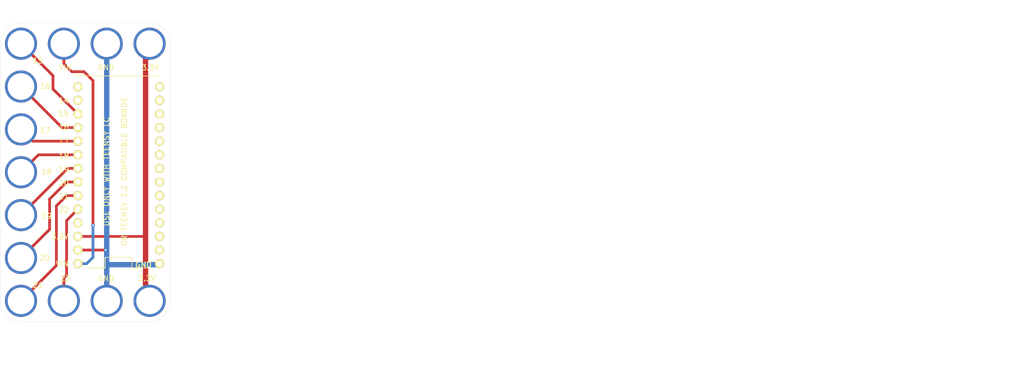
<source format=kicad_pcb>
(kicad_pcb (version 4) (host pcbnew 4.0.5-e0-6337~49~ubuntu16.04.1)

  (general
    (links 0)
    (no_connects 0)
    (area 104.572999 68.418879 178.510001 124.767521)
    (thickness 1.6)
    (drawings 10)
    (tracks 36)
    (zones 0)
    (modules 1)
    (nets 1)
  )

  (page USLetter)
  (title_block
    (title "4x7 Teensy Breakout")
    (date "18 Jan 2017")
    (rev 1.0)
    (company "CERN Open Hardware License v1.2.")
    (comment 1 help@browndoggadgets.com)
    (comment 2 http://browndoggadgets.com/)
    (comment 3 "Brown Dog Gadgets")
  )

  (layers
    (0 F.Cu signal)
    (31 B.Cu signal)
    (34 B.Paste user)
    (35 F.Paste user)
    (36 B.SilkS user)
    (37 F.SilkS user)
    (38 B.Mask user)
    (39 F.Mask user)
    (40 Dwgs.User user)
    (44 Edge.Cuts user)
    (46 B.CrtYd user)
    (47 F.CrtYd user)
    (48 B.Fab user)
    (49 F.Fab user)
  )

  (setup
    (last_trace_width 0.254)
    (user_trace_width 0.1524)
    (user_trace_width 0.254)
    (user_trace_width 0.3302)
    (user_trace_width 0.508)
    (user_trace_width 0.762)
    (user_trace_width 1.27)
    (trace_clearance 0.254)
    (zone_clearance 0.508)
    (zone_45_only no)
    (trace_min 0.1524)
    (segment_width 0.1524)
    (edge_width 0.1524)
    (via_size 0.6858)
    (via_drill 0.3302)
    (via_min_size 0.6858)
    (via_min_drill 0.3302)
    (user_via 0.6858 0.3302)
    (user_via 0.762 0.4064)
    (user_via 0.8636 0.508)
    (uvia_size 0.6858)
    (uvia_drill 0.3302)
    (uvias_allowed no)
    (uvia_min_size 0)
    (uvia_min_drill 0)
    (pcb_text_width 0.1524)
    (pcb_text_size 1.016 1.016)
    (mod_edge_width 0.1524)
    (mod_text_size 1.016 1.016)
    (mod_text_width 0.1524)
    (pad_size 1.524 1.524)
    (pad_drill 0.762)
    (pad_to_mask_clearance 0.0762)
    (solder_mask_min_width 0.1016)
    (pad_to_paste_clearance -0.0762)
    (aux_axis_origin 0 0)
    (visible_elements FFFEDF7D)
    (pcbplotparams
      (layerselection 0x310fc_80000001)
      (usegerberextensions true)
      (excludeedgelayer true)
      (linewidth 0.100000)
      (plotframeref false)
      (viasonmask false)
      (mode 1)
      (useauxorigin false)
      (hpglpennumber 1)
      (hpglpenspeed 20)
      (hpglpendiameter 15)
      (hpglpenoverlay 2)
      (psnegative false)
      (psa4output false)
      (plotreference true)
      (plotvalue true)
      (plotinvisibletext false)
      (padsonsilk false)
      (subtractmaskfromsilk false)
      (outputformat 1)
      (mirror false)
      (drillshape 0)
      (scaleselection 1)
      (outputdirectory gerbers))
  )

  (net 0 "")

  (net_class Default "This is the default net class."
    (clearance 0.254)
    (trace_width 0.254)
    (via_dia 0.6858)
    (via_drill 0.3302)
    (uvia_dia 0.6858)
    (uvia_drill 0.3302)
  )

  (module Crazy_Circuits:TEENSYLC-EDGE-4x7 (layer F.Cu) (tedit 5890CDA7) (tstamp 58806AF0)
    (at 24.9174 66.167)
    (descr "8-lead dip package, row spacing 7.62 mm (300 mils)")
    (tags "dil dip 2.54 300")
    (fp_text reference REF** (at 17.9 43.28) (layer F.SilkS) hide
      (effects (font (size 1 1) (thickness 0.15)))
    )
    (fp_text value DIP-8_W7.62mm (at 2.9 44.78) (layer F.Fab) hide
      (effects (font (size 1 1) (thickness 0.15)))
    )
    (fp_line (start 25.75 41.25) (end 16 41.25) (layer B.Cu) (width 1))
    (fp_line (start 16 0.25) (end 16 48) (layer B.Cu) (width 1))
    (fp_line (start 10 6) (end 26 6) (layer F.SilkS) (width 0.127))
    (fp_text user "OR TEENSY 3.2 COMPATIBLE BOARDS" (at 19.271 23.892 90) (layer F.SilkS)
      (effects (font (size 1 1) (thickness 0.15)))
    )
    (fp_text user "USE ONLY WITH TEENSY LC" (at 15.969 23.892 90) (layer F.SilkS)
      (effects (font (size 1 1) (thickness 0.15)))
    )
    (fp_text user 3.3V (at 7.25 36) (layer F.SilkS)
      (effects (font (size 1 1) (thickness 0.15)))
    )
    (fp_line (start 20.7 39.901) (end 15.7 39.901) (layer F.SilkS) (width 0.127))
    (fp_line (start 20.7 41.901) (end 20.7 39.901) (layer F.SilkS) (width 0.127))
    (fp_text user "Teensy LC" (at 18.669 23.2918) (layer F.Fab)
      (effects (font (size 1 1) (thickness 0.15)))
    )
    (fp_text user 17 (at 4.54 16.19 180) (layer F.SilkS)
      (effects (font (size 1 1) (thickness 0.15)))
    )
    (fp_text user 16 (at 4.54 7.94 180) (layer F.SilkS)
      (effects (font (size 1 1) (thickness 0.15)))
    )
    (fp_text user GND (at 22.86 41.275) (layer F.SilkS)
      (effects (font (size 1 1) (thickness 0.15)))
    )
    (fp_text user 21 (at 8 28.5) (layer F.SilkS)
      (effects (font (size 1 1) (thickness 0.15)))
    )
    (fp_text user 16 (at 8.05 15.6) (layer F.SilkS)
      (effects (font (size 1 1) (thickness 0.15)))
    )
    (fp_text user 17 (at 8 18.201) (layer F.SilkS)
      (effects (font (size 1 1) (thickness 0.15)))
    )
    (fp_text user 19 (at 4.79 32.19) (layer F.SilkS)
      (effects (font (size 1 1) (thickness 0.15)))
    )
    (fp_text user 15 (at 8 13.05) (layer F.SilkS)
      (effects (font (size 1 1) (thickness 0.15)))
    )
    (fp_text user 18 (at 4.79 23.94) (layer F.SilkS)
      (effects (font (size 1 1) (thickness 0.15)))
    )
    (fp_line (start 0 51.9) (end 24 51.9) (layer Edge.Cuts) (width 0.04064))
    (fp_line (start 24 -3.9) (end 0 -3.9) (layer Edge.Cuts) (width 0.04064))
    (fp_line (start -3.9 0) (end -3.9 48) (layer Edge.Cuts) (width 0.04064))
    (fp_arc (start 0 48) (end 0 51.9) (angle 89.9) (layer Edge.Cuts) (width 0.04064))
    (fp_arc (start 0 0) (end -3.9 0) (angle 90) (layer Edge.Cuts) (width 0.04064))
    (fp_line (start 27.9 48) (end 27.9 0) (layer Edge.Cuts) (width 0.04064))
    (fp_arc (start 24 0) (end 24 -3.9) (angle 89.9) (layer Edge.Cuts) (width 0.04064))
    (fp_arc (start 24 48) (end 27.9 48) (angle 90) (layer Edge.Cuts) (width 0.04064))
    (fp_line (start 0 51.9) (end 24 51.9) (layer F.Fab) (width 0.04064))
    (fp_line (start 24 -3.9) (end 0 -3.9) (layer F.Fab) (width 0.04064))
    (fp_line (start -3.9 0) (end -3.9 48) (layer F.Fab) (width 0.04064))
    (fp_arc (start 0 48) (end 0 51.9) (angle 89.9) (layer F.Fab) (width 0.04064))
    (fp_arc (start 0 0) (end -3.9 0) (angle 90) (layer F.Fab) (width 0.04064))
    (fp_line (start 27.9 48) (end 27.9 0) (layer F.Fab) (width 0.04064))
    (fp_arc (start 24 0) (end 24 -3.9) (angle 89.9) (layer F.Fab) (width 0.04064))
    (fp_arc (start 24 48) (end 27.9 48) (angle 90) (layer F.Fab) (width 0.04064))
    (fp_line (start 20.7 41.901) (end 23.7 41.901) (layer F.SilkS) (width 0.127))
    (fp_line (start 15.7 41.901) (end 15.7 39.901) (layer F.SilkS) (width 0.127))
    (fp_line (start 15.7 41.901) (end 15.7 39.901) (layer F.SilkS) (width 0.127))
    (fp_line (start 12.7 41.901) (end 15.7 41.901) (layer F.SilkS) (width 0.127))
    (fp_line (start 12.7 41.901) (end 15.7 41.901) (layer F.SilkS) (width 0.127))
    (fp_text user 20 (at 4.445 40.005) (layer F.SilkS)
      (effects (font (size 1 1) (thickness 0.15)))
    )
    (fp_text user 22 (at 8 31.001) (layer F.SilkS)
      (effects (font (size 1 1) (thickness 0.15)))
    )
    (fp_text user 15 (at 3.175 3.175) (layer F.SilkS)
      (effects (font (size 1 1) (thickness 0.15)))
    )
    (fp_line (start 23.25 0.5) (end 23.25 48.25) (layer F.Cu) (width 1))
    (fp_text user 14 (at 8 10.6) (layer F.SilkS)
      (effects (font (size 1 1) (thickness 0.15)))
    )
    (fp_text user 20 (at 8 26.035) (layer F.SilkS)
      (effects (font (size 1 1) (thickness 0.15)))
    )
    (fp_text user 19 (at 8 23.495) (layer F.SilkS)
      (effects (font (size 1 1) (thickness 0.15)))
    )
    (fp_text user 18 (at 8 20.955) (layer F.SilkS)
      (effects (font (size 1 1) (thickness 0.15)))
    )
    (fp_text user VIN (at 8.255 4.445) (layer F.SilkS)
      (effects (font (size 1 1) (thickness 0.15)))
    )
    (fp_text user 21 (at 3.175 45.085) (layer F.SilkS)
      (effects (font (size 1 1) (thickness 0.15)))
    )
    (fp_text user 22 (at 8.255 43.815) (layer F.SilkS)
      (effects (font (size 1 1) (thickness 0.15)))
    )
    (fp_text user GND (at 15.875 4.445) (layer F.SilkS)
      (effects (font (size 1 1) (thickness 0.15)))
    )
    (fp_text user 3.3V (at 24.13 4.445) (layer F.SilkS)
      (effects (font (size 1 1) (thickness 0.15)))
    )
    (fp_text user 3.3V (at 23.495 43.815) (layer F.SilkS)
      (effects (font (size 1 1) (thickness 0.15)))
    )
    (fp_text user GND (at 22.86 41.275) (layer F.SilkS)
      (effects (font (size 1 1) (thickness 0.15)))
    )
    (fp_text user GND (at 15.875 43.815) (layer F.SilkS)
      (effects (font (size 1 1) (thickness 0.15)))
    )
    (fp_text user VIN (at 7.7 41.1) (layer F.SilkS)
      (effects (font (size 1 1) (thickness 0.15)))
    )
    (pad GND thru_hole circle (at 25.86 41.061 180) (size 1.7272 1.7272) (drill 1.016) (layers *.Cu *.Mask F.SilkS))
    (pad 0 thru_hole circle (at 25.86 38.521 180) (size 1.7272 1.7272) (drill 1.016) (layers *.Cu *.Mask F.SilkS))
    (pad 1 thru_hole circle (at 25.86 35.981 180) (size 1.7272 1.7272) (drill 1.016) (layers *.Cu *.Mask F.SilkS))
    (pad 2 thru_hole circle (at 25.86 33.441 180) (size 1.7272 1.7272) (drill 1.016) (layers *.Cu *.Mask F.SilkS))
    (pad 3 thru_hole circle (at 25.86 30.901 180) (size 1.7272 1.7272) (drill 1.016) (layers *.Cu *.Mask F.SilkS))
    (pad 4 thru_hole circle (at 25.86 28.361 180) (size 1.7272 1.7272) (drill 1.016) (layers *.Cu *.Mask F.SilkS))
    (pad 5 thru_hole circle (at 25.86 25.821 180) (size 1.7272 1.7272) (drill 1.016) (layers *.Cu *.Mask F.SilkS))
    (pad 6 thru_hole circle (at 25.86 23.281 180) (size 1.7272 1.7272) (drill 1.016) (layers *.Cu *.Mask F.SilkS))
    (pad 7 thru_hole circle (at 25.86 20.741 180) (size 1.7272 1.7272) (drill 1.016) (layers *.Cu *.Mask F.SilkS))
    (pad 8 thru_hole circle (at 25.86 18.201 180) (size 1.7272 1.7272) (drill 1.016) (layers *.Cu *.Mask F.SilkS))
    (pad 9 thru_hole circle (at 25.86 15.661 180) (size 1.7272 1.7272) (drill 1.016) (layers *.Cu *.Mask F.SilkS))
    (pad 10 thru_hole circle (at 25.86 13.121 180) (size 1.7272 1.7272) (drill 1.016) (layers *.Cu *.Mask F.SilkS))
    (pad 11 thru_hole circle (at 25.86 10.581 180) (size 1.7272 1.7272) (drill 1.016) (layers *.Cu *.Mask F.SilkS))
    (pad 12 thru_hole circle (at 25.86 8.041 180) (size 1.7272 1.7272) (drill 1.016) (layers *.Cu *.Mask F.SilkS))
    (pad 13 thru_hole circle (at 10.62 8.041 180) (size 1.7272 1.7272) (drill 1.016) (layers *.Cu *.Mask F.SilkS))
    (pad 16 thru_hole circle (at 10.62 15.661 180) (size 1.7272 1.7272) (drill 1.016) (layers *.Cu *.Mask F.SilkS))
    (pad 3.3V thru_hole circle (at 10.62 35.981 180) (size 1.7272 1.7272) (drill 1.016) (layers *.Cu *.Mask F.SilkS))
    (pad 18 thru_hole circle (at 10.62 20.741 180) (size 1.7272 1.7272) (drill 1.016) (layers *.Cu *.Mask F.SilkS))
    (pad 17 thru_hole circle (at 10.62 18.201 180) (size 1.7272 1.7272) (drill 1.016) (layers *.Cu *.Mask F.SilkS))
    (pad G3 thru_hole circle (at 10.62 38.521 180) (size 1.7272 1.7272) (drill 1.016) (layers *.Cu *.Mask F.SilkS))
    (pad 22 thru_hole circle (at 10.62 30.901 180) (size 1.7272 1.7272) (drill 1.016) (layers *.Cu *.Mask F.SilkS))
    (pad VIN thru_hole circle (at 10.62 41.061 180) (size 1.7272 1.7272) (drill 1.016) (layers *.Cu *.Mask F.SilkS))
    (pad 21 thru_hole circle (at 10.62 28.361 180) (size 1.7272 1.7272) (drill 1.016) (layers *.Cu *.Mask F.SilkS))
    (pad 20 thru_hole circle (at 10.62 25.821 180) (size 1.7272 1.7272) (drill 1.016) (layers *.Cu *.Mask F.SilkS))
    (pad 19 thru_hole circle (at 10.62 23.281 180) (size 1.7272 1.7272) (drill 1.016) (layers *.Cu *.Mask F.SilkS))
    (pad 23 thru_hole circle (at 10.62 33.441 180) (size 1.7272 1.7272) (drill 1.016) (layers *.Cu *.Mask F.SilkS))
    (pad 14 thru_hole circle (at 10.62 10.581 180) (size 1.7272 1.7272) (drill 1.016) (layers *.Cu *.Mask F.SilkS))
    (pad 15 thru_hole circle (at 10.62 13.121 180) (size 1.7272 1.7272) (drill 1.016) (layers *.Cu *.Mask F.SilkS))
    (pad 16 thru_hole circle (at 0 8 90) (size 6 6) (drill 4.98) (layers *.Cu *.Mask))
    (pad 17 thru_hole circle (at 0.001 16 90) (size 6 6) (drill 4.98) (layers *.Cu *.Mask))
    (pad 19 thru_hole circle (at 0.001 32 90) (size 6 6) (drill 4.98) (layers *.Cu *.Mask))
    (pad 15 thru_hole circle (at 0.001 0 90) (size 6 6) (drill 4.98) (layers *.Cu *.Mask))
    (pad 20 thru_hole circle (at 0.001 40 90) (size 6 6) (drill 4.98) (layers *.Cu *.Mask))
    (pad 18 thru_hole circle (at 0.001 24 90) (size 6 6) (drill 4.98) (layers *.Cu *.Mask))
    (pad VIN thru_hole circle (at 8 0 90) (size 6 6) (drill 4.98) (layers *.Cu *.Mask))
    (pad GND thru_hole circle (at 16 0 90) (size 6 6) (drill 4.98) (layers *.Cu *.Mask))
    (pad 3.3V thru_hole circle (at 24 0 90) (size 6 6) (drill 4.98) (layers *.Cu *.Mask))
    (pad 21 thru_hole circle (at 0.001 48 90) (size 6 6) (drill 4.98) (layers *.Cu *.Mask))
    (pad 22 thru_hole circle (at 8 48 90) (size 6 6) (drill 4.98) (layers *.Cu *.Mask))
    (pad GND thru_hole circle (at 16 48 90) (size 6 6) (drill 4.98) (layers *.Cu *.Mask))
    (pad 3.3V thru_hole circle (at 24 48 90) (size 6 6) (drill 4.98) (layers *.Cu *.Mask))
  )

  (gr_text "FABRICATION NOTES\n\n1. THIS IS A 2 LAYER BOARD. \n2. EXTERNAL LAYERS SHALL HAVE 1 OZ COPPER.\n3. MATERIAL: FR4 AND 0.062 INCH +/- 10% THICK.\n4. BOARDS SHALL BE ROHS COMPLIANT. \n5. MANUFACTURE IN ACCORDANCE WITH IPC-6012 CLASS 2\n6. MASK: BOTH SIDES OF THE BOARD SHALL HAVE \n   SOLDER MASK (GREEN) OVER BARE COPPER. \n7. SILK: BOTH SIDES OF THE BOARD SHALL HAVE WHITE SILK. \n   DO NOT PLACE SILK OVER BARE COPPER.\n8. FINISH: ENIG.\n9. MINIMUM TRACE WIDTH - 0.006 INCH.\n   MINIMUM SPACE - 0.006 INCH.\n   MINIMUM HOLE DIA - 0.013 INCH. \n10. MAX HOLE PLACEMENT TOLERANCE OF +/- 0.003 INCH.\n11. MAX HOLE DIAMETER TOLERANCE OF +/- 0.003 INCH AFTER PLATING." (at 69.0372 92.6592) (layer Dwgs.User)
    (effects (font (size 2.54 2.54) (thickness 0.254)) (justify left))
  )
  (gr_line (start 34.0614 72.3138) (end 34.6964 72.3138) (layer F.Fab) (width 0.1524))
  (gr_line (start 34.0614 107.8738) (end 34.0614 72.3138) (layer F.Fab) (width 0.1524))
  (gr_line (start 40.4114 107.8738) (end 34.0614 107.8738) (layer F.Fab) (width 0.1524))
  (gr_line (start 40.4114 105.9688) (end 40.4114 107.8738) (layer F.Fab) (width 0.1524))
  (gr_line (start 45.4914 105.9688) (end 40.4114 105.9688) (layer F.Fab) (width 0.1524))
  (gr_line (start 45.4914 107.8738) (end 45.4914 105.9688) (layer F.Fab) (width 0.1524))
  (gr_line (start 51.2064 107.8738) (end 45.4914 107.8738) (layer F.Fab) (width 0.1524))
  (gr_line (start 51.2064 72.3138) (end 51.2064 107.8738) (layer F.Fab) (width 0.1524))
  (gr_line (start 34.6964 72.3138) (end 51.2064 72.3138) (layer F.Fab) (width 0.1524))

  (via (at 40.7072 104.688) (size 0.6858) (drill 0.3302) (layers F.Cu B.Cu) (net 0))
  (segment (start 35.5374 104.688) (end 40.7072 104.688) (width 0.508) (layer F.Cu) (net 0))
  (segment (start 37.1772 107.228) (end 38.3514 106.0538) (width 0.508) (layer B.Cu) (net 0))
  (segment (start 38.3514 106.0538) (end 38.3514 104.0638) (width 0.508) (layer B.Cu) (net 0))
  (segment (start 35.5374 107.228) (end 37.1772 107.228) (width 0.508) (layer B.Cu) (net 0))
  (segment (start 38.3514 100.0838) (end 38.3514 104.0638) (width 0.508) (layer B.Cu) (net 0))
  (segment (start 38.3514 73.0638) (end 38.3514 100.0838) (width 0.508) (layer F.Cu) (net 0))
  (via (at 38.3514 100.0838) (size 0.6858) (drill 0.3302) (layers F.Cu B.Cu) (net 0))
  (segment (start 36.6914 71.4038) (end 38.3514 73.0638) (width 0.508) (layer F.Cu) (net 0))
  (segment (start 34.4314 71.4038) (end 36.6914 71.4038) (width 0.508) (layer F.Cu) (net 0))
  (segment (start 32.9174 69.8898) (end 34.4314 71.4038) (width 0.508) (layer F.Cu) (net 0))
  (segment (start 32.9174 66.167) (end 32.9174 69.8898) (width 0.508) (layer F.Cu) (net 0))
  (segment (start 35.5374 102.148) (end 48.0206 102.148) (width 0.508) (layer F.Cu) (net 0))
  (segment (start 33.4264 109.41536) (end 33.4264 99.179) (width 0.508) (layer F.Cu) (net 0))
  (segment (start 33.4264 99.179) (end 35.5374 97.068) (width 0.508) (layer F.Cu) (net 0))
  (segment (start 32.9174 114.167) (end 32.9174 109.92436) (width 0.508) (layer F.Cu) (net 0))
  (segment (start 32.9174 109.92436) (end 33.4264 109.41536) (width 0.508) (layer F.Cu) (net 0))
  (segment (start 31.5214 96.4438) (end 31.5214 107.564) (width 0.508) (layer F.Cu) (net 0))
  (segment (start 31.5214 107.564) (end 24.9184 114.167) (width 0.508) (layer F.Cu) (net 0))
  (segment (start 33.4372 94.528) (end 31.5214 96.4438) (width 0.508) (layer F.Cu) (net 0))
  (segment (start 35.5374 94.528) (end 33.4372 94.528) (width 0.508) (layer F.Cu) (net 0))
  (segment (start 30.2514 95.1738) (end 30.2514 100.834) (width 0.508) (layer F.Cu) (net 0))
  (segment (start 30.2514 100.834) (end 24.9184 106.167) (width 0.508) (layer F.Cu) (net 0))
  (segment (start 33.4372 91.988) (end 30.2514 95.1738) (width 0.508) (layer F.Cu) (net 0))
  (segment (start 35.5374 91.988) (end 33.4372 91.988) (width 0.508) (layer F.Cu) (net 0))
  (segment (start 35.5374 89.448) (end 33.6374 89.448) (width 0.508) (layer F.Cu) (net 0))
  (segment (start 33.6374 89.448) (end 24.9184 98.167) (width 0.508) (layer F.Cu) (net 0))
  (segment (start 35.5374 86.908) (end 28.1774 86.908) (width 0.508) (layer F.Cu) (net 0))
  (segment (start 28.1774 86.908) (end 24.9184 90.167) (width 0.508) (layer F.Cu) (net 0))
  (segment (start 35.5374 84.368) (end 27.1194 84.368) (width 0.508) (layer F.Cu) (net 0))
  (segment (start 27.1194 84.368) (end 24.9184 82.167) (width 0.508) (layer F.Cu) (net 0))
  (segment (start 24.9174 74.167) (end 32.5784 81.828) (width 0.508) (layer F.Cu) (net 0))
  (segment (start 32.5784 81.828) (end 35.5374 81.828) (width 0.508) (layer F.Cu) (net 0))
  (segment (start 30.8864 72.135) (end 30.8864 74.637) (width 0.508) (layer F.Cu) (net 0))
  (segment (start 30.8864 74.637) (end 35.5374 79.288) (width 0.508) (layer F.Cu) (net 0))
  (segment (start 24.9184 66.167) (end 30.8864 72.135) (width 0.508) (layer F.Cu) (net 0))

)

</source>
